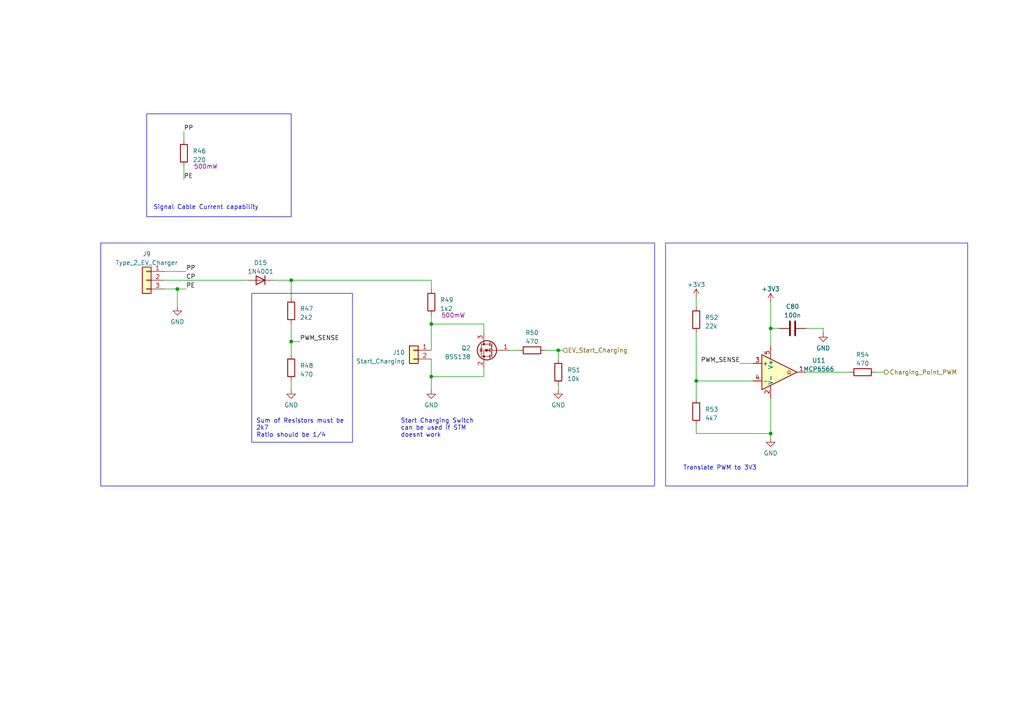
<source format=kicad_sch>
(kicad_sch (version 20231120) (generator "eeschema") (generator_version "8.0")
  (paper "A4")
  (lib_symbols
    (symbol "Comparator:MCP6566" (pin_names (offset 0.127))
      (property "Reference" "U" (at 0 5.08 0))
      (property "Value" "MCP6566" (at 0 -5.08 0))
      (symbol "MCP6566_0_1"
        (polyline (pts (xy -5.08 5.08) (xy 5.08 0) (xy -5.08 -5.08) (xy -5.08 5.08)) (stroke (width 0.254)) (fill (type background)))
        (polyline (pts (xy 3.302 -0.508) (xy 2.794 -0.508) (xy 3.302 0) (xy 2.794 0.508) (xy 2.286 0) (xy 2.794 -0.508) (xy 2.286 -0.508)) (stroke (width 0.127)))
        (pin power_in line (at -2.54 -7.62 90) (length 3.81) (name "V-") (number "2"))
        (pin power_in line (at -2.54 7.62 270) (length 3.81) (name "V+") (number "5"))
      )
      (symbol "MCP6566_1_1"
        (pin open_collector line (at 7.62 0 180) (length 2.54) (name "~") (number "1"))
        (pin input line (at -7.62 2.54 0) (length 2.54) (name "+") (number "3"))
        (pin input line (at -7.62 -2.54 0) (length 2.54) (name "-") (number "4"))
      )
    )
    (symbol "Connector_Generic:Conn_01x02" (pin_names (offset 1.016) hide)
      (property "Reference" "J" (at 0 2.54 0))
      (property "Value" "Conn_01x02" (at 0 -5.08 0))
      (symbol "Conn_01x02_1_1"
        (rectangle (start -1.27 -2.413) (end 0 -2.667) (stroke (width 0.1524)))
        (rectangle (start -1.27 0.127) (end 0 -0.127) (stroke (width 0.1524)))
        (rectangle (start -1.27 1.27) (end 1.27 -3.81) (stroke (width 0.254)) (fill (type background)))
        (pin passive line (at -5.08 0 0) (length 3.81) (name "Pin_1") (number "1"))
        (pin passive line (at -5.08 -2.54 0) (length 3.81) (name "Pin_2") (number "2"))
      )
    )
    (symbol "Connector_Generic:Conn_01x03" (pin_names (offset 1.016) hide)
      (property "Reference" "J" (at 0 5.08 0))
      (property "Value" "Conn_01x03" (at 0 -5.08 0))
      (symbol "Conn_01x03_1_1"
        (rectangle (start -1.27 -2.413) (end 0 -2.667) (stroke (width 0.1524)))
        (rectangle (start -1.27 0.127) (end 0 -0.127) (stroke (width 0.1524)))
        (rectangle (start -1.27 2.667) (end 0 2.413) (stroke (width 0.1524)))
        (rectangle (start -1.27 3.81) (end 1.27 -3.81) (stroke (width 0.254)) (fill (type background)))
        (pin passive line (at -5.08 2.54 0) (length 3.81) (name "Pin_1") (number "1"))
        (pin passive line (at -5.08 0 0) (length 3.81) (name "Pin_2") (number "2"))
        (pin passive line (at -5.08 -2.54 0) (length 3.81) (name "Pin_3") (number "3"))
      )
    )
    (symbol "Device:C" (pin_numbers hide) (pin_names (offset 0.254))
      (property "Reference" "C" (at 0.635 2.54 0))
      (property "Value" "C" (at 0.635 -2.54 0))
      (symbol "C_0_1"
        (polyline (pts (xy -2.032 -0.762) (xy 2.032 -0.762)) (stroke (width 0.508)))
        (polyline (pts (xy -2.032 0.762) (xy 2.032 0.762)) (stroke (width 0.508)))
      )
      (symbol "C_1_1"
        (pin passive line (at 0 3.81 270) (length 2.794) (name "~") (number "1"))
        (pin passive line (at 0 -3.81 90) (length 2.794) (name "~") (number "2"))
      )
    )
    (symbol "Device:R" (pin_numbers hide) (pin_names (offset 0))
      (property "Reference" "R" (at 2.032 0 90))
      (property "Value" "R" (at 0 0 90))
      (symbol "R_0_1"
        (rectangle (start -1.016 -2.54) (end 1.016 2.54) (stroke (width 0.254)))
      )
      (symbol "R_1_1"
        (pin passive line (at 0 3.81 270) (length 1.27) (name "~") (number "1"))
        (pin passive line (at 0 -3.81 90) (length 1.27) (name "~") (number "2"))
      )
    )
    (symbol "Diode:1N4001" (pin_numbers hide) (pin_names hide)
      (property "Reference" "D" (at 0 2.54 0))
      (property "Value" "1N4001" (at 0 -2.54 0))
      (symbol "1N4001_0_1"
        (polyline (pts (xy -1.27 1.27) (xy -1.27 -1.27)) (stroke (width 0.254)))
        (polyline (pts (xy 1.27 0) (xy -1.27 0)))
        (polyline (pts (xy 1.27 1.27) (xy 1.27 -1.27) (xy -1.27 0) (xy 1.27 1.27)) (stroke (width 0.254)))
      )
      (symbol "1N4001_1_1"
        (pin passive line (at -3.81 0 0) (length 2.54) (name "K") (number "1"))
        (pin passive line (at 3.81 0 180) (length 2.54) (name "A") (number "2"))
      )
    )
    (symbol "Transistor_FET:BSS138" (pin_names hide)
      (property "Reference" "Q" (at 5.08 1.905 0))
      (property "Value" "BSS138" (at 5.08 0 0))
      (symbol "BSS138_0_1"
        (polyline (pts (xy 0.254 0) (xy -2.54 0)))
        (polyline (pts (xy 0.254 1.905) (xy 0.254 -1.905)) (stroke (width 0.254)))
        (polyline (pts (xy 0.762 -1.27) (xy 0.762 -2.286)) (stroke (width 0.254)))
        (polyline (pts (xy 0.762 0.508) (xy 0.762 -0.508)) (stroke (width 0.254)))
        (polyline (pts (xy 0.762 2.286) (xy 0.762 1.27)) (stroke (width 0.254)))
        (polyline (pts (xy 2.54 2.54) (xy 2.54 1.778)))
        (polyline (pts (xy 2.54 -2.54) (xy 2.54 0) (xy 0.762 0)))
        (polyline (pts (xy 0.762 -1.778) (xy 3.302 -1.778) (xy 3.302 1.778) (xy 0.762 1.778)))
        (polyline (pts (xy 1.016 0) (xy 2.032 0.381) (xy 2.032 -0.381) (xy 1.016 0)) (fill (type outline)))
        (polyline (pts (xy 2.794 0.508) (xy 2.921 0.381) (xy 3.683 0.381) (xy 3.81 0.254)))
        (polyline (pts (xy 3.302 0.381) (xy 2.921 -0.254) (xy 3.683 -0.254) (xy 3.302 0.381)))
        (circle (center 1.651 0) (radius 2.794) (stroke (width 0.254)))
        (circle (center 2.54 -1.778) (radius 0.254) (fill (type outline)))
        (circle (center 2.54 1.778) (radius 0.254) (fill (type outline)))
      )
      (symbol "BSS138_1_1"
        (pin input line (at -5.08 0 0) (length 2.54) (name "G") (number "1"))
        (pin passive line (at 2.54 -5.08 90) (length 2.54) (name "S") (number "2"))
        (pin passive line (at 2.54 5.08 270) (length 2.54) (name "D") (number "3"))
      )
    )
    (symbol "power:+3V3" (power) (pin_numbers hide) (pin_names (offset 0) hide)
      (property "Value" "+3V3" (at 0 3.556 0))
      (symbol "+3V3_0_1"
        (polyline (pts (xy -0.762 1.27) (xy 0 2.54)))
        (polyline (pts (xy 0 0) (xy 0 2.54)))
        (polyline (pts (xy 0 2.54) (xy 0.762 1.27)))
      )
      (symbol "+3V3_1_1"
        (pin power_in line (at 0 0 90) (length 0) (name "~") (number "1"))
      )
    )
    (symbol "power:GND" (power) (pin_numbers hide) (pin_names (offset 0) hide)
      (property "Value" "GND" (at 0 -3.81 0))
      (symbol "GND_0_1"
        (polyline (pts (xy 0 0) (xy 0 -1.27) (xy 1.27 -1.27) (xy 0 -2.54) (xy -1.27 -1.27) (xy 0 -1.27)))
      )
      (symbol "GND_1_1"
        (pin power_in line (at 0 0 270) (length 0) (name "~") (number "1"))
      )
    )
  )
  (junction (at 51.435 83.82))
  (junction (at 223.52 95.25))
  (junction (at 201.93 110.49))
  (junction (at 161.925 101.6))
  (junction (at 84.455 81.28))
  (junction (at 84.455 99.06))
  (junction (at 223.52 125.73))
  (junction (at 125.095 109.22))
  (junction (at 125.095 93.98))
  (wire (pts (xy 161.925 111.76) (xy 161.925 113.03)))
  (wire (pts (xy 84.455 81.28) (xy 84.455 86.36)))
  (wire (pts (xy 214.63 105.41) (xy 218.44 105.41)))
  (wire (pts (xy 161.925 101.6) (xy 161.925 104.14)))
  (wire (pts (xy 233.68 107.95) (xy 246.38 107.95)))
  (wire (pts (xy 53.34 48.26) (xy 53.34 52.07)))
  (wire (pts (xy 84.455 81.28) (xy 125.095 81.28)))
  (wire (pts (xy 223.52 125.73) (xy 223.52 127)))
  (wire (pts (xy 201.93 86.36) (xy 201.93 88.9)))
  (wire (pts (xy 84.455 99.06) (xy 84.455 102.87)))
  (wire (pts (xy 125.095 104.14) (xy 125.095 109.22)))
  (wire (pts (xy 125.095 93.98) (xy 125.095 91.44)))
  (wire (pts (xy 223.52 95.25) (xy 226.06 95.25)))
  (wire (pts (xy 223.52 115.57) (xy 223.52 125.73)))
  (wire (pts (xy 125.095 109.22) (xy 125.095 113.03)))
  (wire (pts (xy 161.925 101.6) (xy 163.195 101.6)))
  (wire (pts (xy 125.095 81.28) (xy 125.095 83.82)))
  (wire (pts (xy 84.455 110.49) (xy 84.455 113.03)))
  (wire (pts (xy 140.335 93.98) (xy 125.095 93.98)))
  (wire (pts (xy 223.52 95.25) (xy 223.52 100.33)))
  (wire (pts (xy 147.955 101.6) (xy 150.495 101.6)))
  (wire (pts (xy 218.44 110.49) (xy 201.93 110.49)))
  (wire (pts (xy 51.435 83.82) (xy 53.975 83.82)))
  (wire (pts (xy 51.435 83.82) (xy 51.435 88.9)))
  (wire (pts (xy 223.52 87.63) (xy 223.52 95.25)))
  (wire (pts (xy 79.375 81.28) (xy 84.455 81.28)))
  (wire (pts (xy 125.095 93.98) (xy 125.095 101.6)))
  (wire (pts (xy 47.625 78.74) (xy 53.975 78.74)))
  (wire (pts (xy 84.455 99.06) (xy 86.995 99.06)))
  (wire (pts (xy 125.095 109.22) (xy 140.335 109.22)))
  (wire (pts (xy 84.455 93.98) (xy 84.455 99.06)))
  (wire (pts (xy 53.34 38.1) (xy 53.34 40.64)))
  (wire (pts (xy 47.625 83.82) (xy 51.435 83.82)))
  (wire (pts (xy 140.335 96.52) (xy 140.335 93.98)))
  (wire (pts (xy 47.625 81.28) (xy 71.755 81.28)))
  (wire (pts (xy 256.54 107.95) (xy 254 107.95)))
  (wire (pts (xy 140.335 109.22) (xy 140.335 106.68)))
  (wire (pts (xy 201.93 123.19) (xy 201.93 125.73)))
  (wire (pts (xy 201.93 96.52) (xy 201.93 110.49)))
  (wire (pts (xy 158.115 101.6) (xy 161.925 101.6)))
  (wire (pts (xy 201.93 110.49) (xy 201.93 115.57)))
  (wire (pts (xy 238.76 96.52) (xy 238.76 95.25)))
  (wire (pts (xy 238.76 95.25) (xy 233.68 95.25)))
  (wire (pts (xy 201.93 125.73) (xy 223.52 125.73)))
  (rectangle (start 29.21 70.485) (end 189.865 140.97))
  (rectangle (start 42.545 33.02) (end 84.455 62.865))
  (rectangle (start 73.025 85.09) (end 102.235 128.27))
  (rectangle (start 193.04 70.485) (end 280.67 140.97))
  (text "Start Charging Switch \ncan be used if STM\ndoesnt work" (at 116.205 127 0) (effects (font (size 1.27 1.27)) (justify left bottom)))
  (text "Sum of Resistors must be \n2k7\nRatio should be 1/4" (at 74.295 127 0) (effects (font (size 1.27 1.27)) (justify left bottom)))
  (text "Translate PWM to 3V3" (at 198.12 136.525 0) (effects (font (size 1.27 1.27)) (justify left bottom)))
  (text "Signal Cable Current capability" (at 44.45 60.96 0) (effects (font (size 1.27 1.27)) (justify left bottom)))
  (label "PE" (at 53.975 83.82 0))
  (label "PE" (at 53.34 52.07 0))
  (label "PWM_SENSE" (at 214.63 105.41 180))
  (label "PP" (at 53.975 78.74 0))
  (label "PP" (at 53.34 38.1 0))
  (label "PWM_SENSE" (at 86.995 99.06 0))
  (label "CP" (at 53.975 81.28 0))
  (hierarchical_label "Charging_Point_PWM" (shape output) (at 256.54 107.95 0))
  (hierarchical_label "EV_Start_Charging" (shape input) (at 163.195 101.6 0))
  (symbol (lib_id "Comparator:MCP6566") (at 226.06 107.95 0) (unit 1)
    (property "Reference" "U11" (at 237.49 104.5211 0))
    (property "Value" "MCP6566" (at 237.49 107.0611 0))
    (property "Footprint" "Package_TO_SOT_SMD:SOT-23-5_HandSoldering" (effects (hide yes)))
    (property "Datasheet" "http://ww1.microchip.com/downloads/en/DeviceDoc/MCP6566-6R-6U-7-9-1.8V-Low-Power-Open-Drain-Output-Comparator-DS20002143G.pdf" (effects (hide yes)))
    (instances (project "FT25-Charger" (path "" (reference "U11") (unit 1))) (project "EV_Emulator" (path "" (reference "U2") (unit 1))) (project "FT23_Charger" (path "" (reference "U3") (unit 1))))
  )
  (symbol (lib_id "Device:R") (at 84.455 90.17 0) (unit 1)
    (property "Reference" "R47" (at 86.995 89.535 0) (effects (justify left)))
    (property "Value" "2k2" (at 86.995 92.075 0) (effects (justify left)))
    (property "Footprint" "Resistor_THT:R_Axial_DIN0207_L6.3mm_D2.5mm_P10.16mm_Horizontal" (effects (hide yes)))
    (instances (project "FT25-Charger" (path "" (reference "R47") (unit 1))) (project "EV_Emulator" (path "" (reference "R2") (unit 1))) (project "FT23_Charger" (path "" (reference "R17") (unit 1))))
  )
  (symbol (lib_id "power:GND") (at 84.455 113.03 0) (unit 1)
    (property "Reference" "#PWR0111" (effects (hide yes)))
    (property "Value" "GND" (at 84.455 117.475 0))
    (property "Description" "Power symbol creates a global label with name \"GND\" , ground" (effects (hide yes)))
    (instances (project "FT25-Charger" (path "" (reference "#PWR0111") (unit 1))) (project "FT23_Charger" (path "" (reference "#PWR030") (unit 1))))
  )
  (symbol (lib_id "power:GND") (at 51.435 88.9 0) (unit 1)
    (property "Reference" "#PWR0110" (effects (hide yes)))
    (property "Value" "GND" (at 51.435 93.345 0))
    (property "Description" "Power symbol creates a global label with name \"GND\" , ground" (effects (hide yes)))
    (instances (project "FT25-Charger" (path "" (reference "#PWR0110") (unit 1))) (project "FT23_Charger" (path "" (reference "#PWR028") (unit 1))))
  )
  (symbol (lib_id "power:GND") (at 223.52 127 0) (unit 1)
    (property "Reference" "#PWR0116" (effects (hide yes)))
    (property "Value" "GND" (at 223.52 131.445 0))
    (property "Description" "Power symbol creates a global label with name \"GND\" , ground" (effects (hide yes)))
    (instances (project "FT25-Charger" (path "" (reference "#PWR0116") (unit 1))) (project "FT23_Charger" (path "" (reference "#PWR036") (unit 1))))
  )
  (symbol (lib_id "Device:C") (at 229.87 95.25 270) (unit 1)
    (property "Reference" "C80" (at 229.87 88.9 90))
    (property "Value" "100n" (at 229.87 91.44 90))
    (property "Footprint" "Capacitor_SMD:C_0603_1608Metric" (effects (hide yes)))
    (instances (project "FT25-Charger" (path "" (reference "C80") (unit 1))) (project "EV_Emulator" (path "" (reference "C1") (unit 1))) (project "FT23_Charger" (path "" (reference "C12") (unit 1))))
  )
  (symbol (lib_id "Device:R") (at 84.455 106.68 0) (unit 1)
    (property "Reference" "R48" (at 86.995 106.045 0) (effects (justify left)))
    (property "Value" "470" (at 86.995 108.585 0) (effects (justify left)))
    (property "Footprint" "Resistor_THT:R_Axial_DIN0207_L6.3mm_D2.5mm_P10.16mm_Horizontal" (effects (hide yes)))
    (instances (project "FT25-Charger" (path "" (reference "R48") (unit 1))) (project "EV_Emulator" (path "" (reference "R6") (unit 1))) (project "FT23_Charger" (path "" (reference "R18") (unit 1))))
  )
  (symbol (lib_id "power:+3V3") (at 223.52 87.63 0) (unit 1)
    (property "Reference" "#PWR0115" (effects (hide yes)))
    (property "Value" "+3V3" (at 223.52 83.82 0))
    (property "Description" "Power symbol creates a global label with name \"+3V3\"" (effects (hide yes)))
    (instances (project "FT25-Charger" (path "" (reference "#PWR0115") (unit 1))) (project "EV_Emulator" (path "" (reference "#PWR011") (unit 1))) (project "FT23_Charger" (path "" (reference "#PWR033") (unit 1))))
  )
  (symbol (lib_id "Diode:1N4001") (at 75.565 81.28 180) (unit 1)
    (property "Reference" "D15" (at 75.565 76.2 0))
    (property "Value" "1N4001" (at 75.565 78.74 0))
    (property "Footprint" "Diode_THT:D_DO-41_SOD81_P10.16mm_Horizontal" (effects (hide yes)))
    (property "Datasheet" "http://www.vishay.com/docs/88503/1n4001.pdf" (effects (hide yes)))
    (property "Sim.Device" "D" (effects (hide yes)))
    (property "Sim.Pins" "1=K 2=A" (effects (hide yes)))
    (instances (project "FT25-Charger" (path "" (reference "D15") (unit 1))) (project "EV_Emulator" (path "" (reference "D1") (unit 1))) (project "FT23_Charger" (path "" (reference "D4") (unit 1))))
  )
  (symbol (lib_id "Device:R") (at 201.93 92.71 0) (unit 1)
    (property "Reference" "R52" (at 204.47 92.075 0) (effects (justify left)))
    (property "Value" "22k" (at 204.47 94.615 0) (effects (justify left)))
    (property "Footprint" "Resistor_SMD:R_0603_1608Metric" (effects (hide yes)))
    (instances (project "FT25-Charger" (path "" (reference "R52") (unit 1))) (project "EV_Emulator" (path "" (reference "R7") (unit 1))) (project "FT23_Charger" (path "" (reference "R23") (unit 1))))
  )
  (symbol (lib_id "Device:R") (at 125.095 87.63 0) (unit 1)
    (property "Reference" "R49" (at 127.635 86.995 0) (effects (justify left)))
    (property "Value" "1k2" (at 127.635 89.535 0) (effects (justify left)))
    (property "Footprint" "Resistor_THT:R_Axial_DIN0207_L6.3mm_D2.5mm_P10.16mm_Horizontal" (effects (hide yes)))
    (property "Power" "500mW" (at 131.445 91.44 0))
    (instances (project "FT25-Charger" (path "" (reference "R49") (unit 1))) (project "EV_Emulator" (path "" (reference "R3") (unit 1))) (project "FT23_Charger" (path "" (reference "R19") (unit 1))))
  )
  (symbol (lib_id "Transistor_FET:BSS138") (at 142.875 101.6 0) (mirror y) (unit 1)
    (property "Reference" "Q2" (at 136.525 100.965 0) (effects (justify left)))
    (property "Value" "BSS138" (at 136.525 103.505 0) (effects (justify left)))
    (property "Footprint" "Package_TO_SOT_SMD:SOT-23" (effects (hide yes)))
    (property "Datasheet" "https://www.onsemi.com/pub/Collateral/BSS138-D.PDF" (effects (hide yes)))
    (property "Description" "50V Vds, 0.22A Id, N-Channel MOSFET, SOT-23" (effects (hide yes)))
    (instances (project "FT25-Charger" (path "" (reference "Q2") (unit 1))) (project "EV_Emulator" (path "" (reference "Q1") (unit 1))) (project "FT23_Charger" (path "" (reference "Q1") (unit 1))))
  )
  (symbol (lib_id "Device:R") (at 250.19 107.95 90) (unit 1)
    (property "Reference" "R54" (at 250.19 102.87 90))
    (property "Value" "470" (at 250.19 105.41 90))
    (property "Footprint" "Resistor_SMD:R_0603_1608Metric" (effects (hide yes)))
    (instances (project "FT25-Charger" (path "" (reference "R54") (unit 1))) (project "EV_Emulator" (path "" (reference "R13") (unit 1))) (project "FT23_Charger" (path "" (reference "R25") (unit 1))))
  )
  (symbol (lib_id "Device:R") (at 201.93 119.38 0) (unit 1)
    (property "Reference" "R53" (at 204.47 118.745 0) (effects (justify left)))
    (property "Value" "4k7" (at 204.47 121.285 0) (effects (justify left)))
    (property "Footprint" "Resistor_SMD:R_0603_1608Metric" (effects (hide yes)))
    (instances (project "FT25-Charger" (path "" (reference "R53") (unit 1))) (project "EV_Emulator" (path "" (reference "R8") (unit 1))) (project "FT23_Charger" (path "" (reference "R24") (unit 1))))
  )
  (symbol (lib_id "Connector_Generic:Conn_01x03") (at 42.545 81.28 0) (mirror y) (unit 1)
    (property "Reference" "J9" (at 42.545 73.66 0))
    (property "Value" "Type_2_EV_Charger" (at 42.545 76.2 0))
    (property "Footprint" "FaSTTUBe_connectors:Micro_Mate-N-Lok_3p_vertical" (effects (hide yes)))
    (instances (project "FT25-Charger" (path "" (reference "J9") (unit 1))) (project "EV_Emulator" (path "" (reference "J1") (unit 1))) (project "FT23_Charger" (path "" (reference "J2") (unit 1))))
  )
  (symbol (lib_id "power:GND") (at 238.76 96.52 0) (unit 1)
    (property "Reference" "#PWR0117" (effects (hide yes)))
    (property "Value" "GND" (at 238.76 100.965 0))
    (property "Description" "Power symbol creates a global label with name \"GND\" , ground" (effects (hide yes)))
    (instances (project "FT25-Charger" (path "" (reference "#PWR0117") (unit 1))) (project "FT23_Charger" (path "" (reference "#PWR031") (unit 1))))
  )
  (symbol (lib_id "power:GND") (at 125.095 113.03 0) (unit 1)
    (property "Reference" "#PWR0112" (effects (hide yes)))
    (property "Value" "GND" (at 125.095 117.475 0))
    (property "Description" "Power symbol creates a global label with name \"GND\" , ground" (effects (hide yes)))
    (instances (project "FT25-Charger" (path "" (reference "#PWR0112") (unit 1))) (project "FT23_Charger" (path "" (reference "#PWR029") (unit 1))))
  )
  (symbol (lib_id "Device:R") (at 161.925 107.95 0) (unit 1)
    (property "Reference" "R51" (at 164.465 107.315 0) (effects (justify left)))
    (property "Value" "10k" (at 164.465 109.855 0) (effects (justify left)))
    (property "Footprint" "Resistor_SMD:R_0603_1608Metric" (effects (hide yes)))
    (instances (project "FT25-Charger" (path "" (reference "R51") (unit 1))) (project "EV_Emulator" (path "" (reference "R5") (unit 1))) (project "FT23_Charger" (path "" (reference "R21") (unit 1))))
  )
  (symbol (lib_id "Device:R") (at 53.34 44.45 0) (unit 1)
    (property "Reference" "R46" (at 55.88 43.815 0) (effects (justify left)))
    (property "Value" "220" (at 55.88 46.355 0) (effects (justify left)))
    (property "Footprint" "Resistor_THT:R_Axial_DIN0207_L6.3mm_D2.5mm_P10.16mm_Horizontal" (effects (hide yes)))
    (property "Power" "500mW" (at 59.69 48.26 0))
    (instances (project "FT25-Charger" (path "" (reference "R46") (unit 1))) (project "EV_Emulator" (path "" (reference "R1") (unit 1))) (project "FT23_Charger" (path "" (reference "R22") (unit 1))))
  )
  (symbol (lib_id "Connector_Generic:Conn_01x02") (at 120.015 101.6 0) (mirror y) (unit 1)
    (property "Reference" "J10" (at 117.475 102.235 0) (effects (justify left)))
    (property "Value" "Start_Charging" (at 117.475 104.775 0) (effects (justify left)))
    (property "Footprint" "Connector_PinHeader_2.54mm:PinHeader_1x02_P2.54mm_Vertical" (effects (hide yes)))
    (instances (project "FT25-Charger" (path "" (reference "J10") (unit 1))) (project "EV_Emulator" (path "" (reference "J2") (unit 1))) (project "FT23_Charger" (path "" (reference "J3") (unit 1))))
  )
  (symbol (lib_id "power:GND") (at 161.925 113.03 0) (unit 1)
    (property "Reference" "#PWR0113" (effects (hide yes)))
    (property "Value" "GND" (at 161.925 117.475 0))
    (property "Description" "Power symbol creates a global label with name \"GND\" , ground" (effects (hide yes)))
    (instances (project "FT25-Charger" (path "" (reference "#PWR0113") (unit 1))) (project "FT23_Charger" (path "" (reference "#PWR034") (unit 1))))
  )
  (symbol (lib_id "power:+3V3") (at 201.93 86.36 0) (unit 1)
    (property "Reference" "#PWR0114" (effects (hide yes)))
    (property "Value" "+3V3" (at 201.93 82.55 0))
    (property "Description" "Power symbol creates a global label with name \"+3V3\"" (effects (hide yes)))
    (instances (project "FT25-Charger" (path "" (reference "#PWR0114") (unit 1))) (project "EV_Emulator" (path "" (reference "#PWR014") (unit 1))) (project "FT23_Charger" (path "" (reference "#PWR032") (unit 1))))
  )
  (symbol (lib_id "Device:R") (at 154.305 101.6 270) (unit 1)
    (property "Reference" "R50" (at 154.305 96.52 90))
    (property "Value" "470" (at 154.305 99.06 90))
    (property "Footprint" "Resistor_SMD:R_0603_1608Metric" (effects (hide yes)))
    (instances (project "FT25-Charger" (path "" (reference "R50") (unit 1))) (project "EV_Emulator" (path "" (reference "R4") (unit 1))) (project "FT23_Charger" (path "" (reference "R20") (unit 1))))
  )
)
</source>
